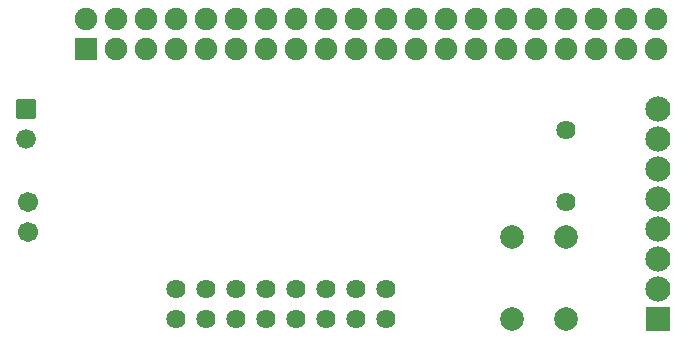
<source format=gbs>
G04 Layer: BottomSolderMaskLayer*
G04 EasyEDA v6.5.22, 2022-12-20 18:45:55*
G04 f003bedfd4814326965babdaf269f31e,1ae14fa7f5aa486887b2aa5280da83c0,10*
G04 Gerber Generator version 0.2*
G04 Scale: 100 percent, Rotated: No, Reflected: No *
G04 Dimensions in millimeters *
G04 leading zeros omitted , absolute positions ,4 integer and 5 decimal *
%FSLAX45Y45*%
%MOMM*%

%AMMACRO1*1,1,$1,$2,$3*1,1,$1,$4,$5*1,1,$1,0-$2,0-$3*1,1,$1,0-$4,0-$5*20,1,$1,$2,$3,$4,$5,0*20,1,$1,$4,$5,0-$2,0-$3,0*20,1,$1,0-$2,0-$3,0-$4,0-$5,0*20,1,$1,0-$4,0-$5,$2,$3,0*4,1,4,$2,$3,$4,$5,0-$2,0-$3,0-$4,0-$5,$2,$3,0*%
%ADD10MACRO1,0.2032X-0.8509X-0.8509X-0.8509X0.8509*%
%ADD11C,1.9032*%
%ADD12R,2.1336X2.1336*%
%ADD13C,2.1336*%
%ADD14C,1.6256*%
%ADD15C,1.7016*%
%ADD16C,2.0032*%
%ADD17MACRO1,0.1016X-0.7874X0.7874X0.7874X0.7874*%
%ADD18C,1.6764*%

%LPD*%
D10*
G01*
X1776796Y8132610D03*
D11*
G01*
X1776806Y8386597D03*
G01*
X2030806Y8132597D03*
G01*
X2030806Y8386597D03*
G01*
X2284806Y8132597D03*
G01*
X2284806Y8386597D03*
G01*
X2538806Y8132597D03*
G01*
X2538806Y8386597D03*
G01*
X2792806Y8132597D03*
G01*
X2792806Y8386597D03*
G01*
X3046806Y8132597D03*
G01*
X3046806Y8386597D03*
G01*
X3300806Y8132597D03*
G01*
X3300806Y8386597D03*
G01*
X3554806Y8132597D03*
G01*
X3554806Y8386597D03*
G01*
X3808806Y8132597D03*
G01*
X3808806Y8386597D03*
G01*
X4062806Y8132597D03*
G01*
X4062806Y8386597D03*
G01*
X4316806Y8132597D03*
G01*
X4316806Y8386597D03*
G01*
X4570806Y8132597D03*
G01*
X4570806Y8386597D03*
G01*
X4824806Y8132597D03*
G01*
X4824806Y8386597D03*
G01*
X5078806Y8132597D03*
G01*
X5078806Y8386597D03*
G01*
X5332806Y8132597D03*
G01*
X5332806Y8386597D03*
G01*
X5586806Y8132597D03*
G01*
X5586806Y8386597D03*
G01*
X5840806Y8132597D03*
G01*
X5840806Y8386597D03*
G01*
X6094806Y8132597D03*
G01*
X6094806Y8386597D03*
G01*
X6348806Y8132597D03*
G01*
X6348806Y8386597D03*
G01*
X6602806Y8132597D03*
G01*
X6602806Y8386597D03*
D12*
G01*
X6616700Y5842000D03*
D13*
G01*
X6616700Y6096000D03*
G01*
X6616700Y6350000D03*
G01*
X6616700Y6604000D03*
G01*
X6616700Y6858000D03*
G01*
X6616700Y7112000D03*
G01*
X6616700Y7366000D03*
G01*
X6616700Y7620000D03*
D14*
G01*
X5842000Y7442200D03*
G01*
X5842000Y6832600D03*
D15*
G01*
X1282700Y6832600D03*
G01*
X1282700Y6578600D03*
D16*
G01*
X5382006Y6540474D03*
G01*
X5842000Y6540474D03*
G01*
X5842000Y5840476D03*
G01*
X5382006Y5840476D03*
D17*
G01*
X1270000Y7620000D03*
D18*
G01*
X1270000Y7366000D03*
D14*
G01*
X4318000Y6096000D03*
G01*
X4064000Y6096000D03*
G01*
X3810000Y6096000D03*
G01*
X3556000Y6096000D03*
G01*
X3302000Y6096000D03*
G01*
X3048000Y6096000D03*
G01*
X2794000Y6096000D03*
G01*
X2540000Y6096000D03*
G01*
X2540000Y5842000D03*
G01*
X2794000Y5842000D03*
G01*
X3048000Y5842000D03*
G01*
X3302000Y5842000D03*
G01*
X3556000Y5842000D03*
G01*
X3810000Y5842000D03*
G01*
X4064000Y5842000D03*
G01*
X4318000Y5842000D03*
M02*

</source>
